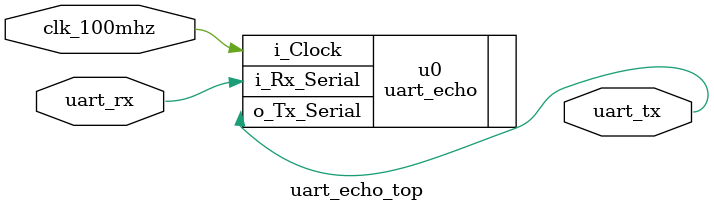
<source format=v>
`timescale 1ns / 1ps


module uart_echo_top (
    input  wire clk_100mhz,
    input  wire uart_rx,    // from FTDI TX pin
    output wire uart_tx     // to FTDI RX pin
);
    uart_echo u0 (
        .i_Clock    (clk_100mhz),
        .i_Rx_Serial(uart_rx),
        .o_Tx_Serial(uart_tx)
    );
endmodule


</source>
